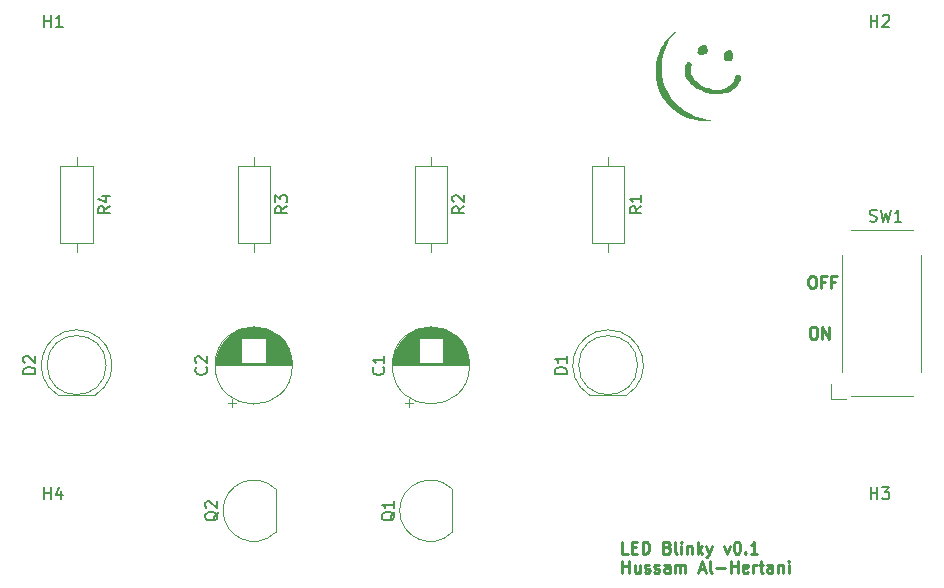
<source format=gto>
%TF.GenerationSoftware,KiCad,Pcbnew,8.0.0*%
%TF.CreationDate,2024-07-24T00:08:36-04:00*%
%TF.ProjectId,led_blinky,6c65645f-626c-4696-9e6b-792e6b696361,rev?*%
%TF.SameCoordinates,Original*%
%TF.FileFunction,Legend,Top*%
%TF.FilePolarity,Positive*%
%FSLAX46Y46*%
G04 Gerber Fmt 4.6, Leading zero omitted, Abs format (unit mm)*
G04 Created by KiCad (PCBNEW 8.0.0) date 2024-07-24 00:08:36*
%MOMM*%
%LPD*%
G01*
G04 APERTURE LIST*
%ADD10C,0.250000*%
%ADD11C,0.150000*%
%ADD12C,0.000000*%
%ADD13C,0.120000*%
G04 APERTURE END LIST*
D10*
X219293044Y-76664619D02*
X219483520Y-76664619D01*
X219483520Y-76664619D02*
X219578758Y-76712238D01*
X219578758Y-76712238D02*
X219673996Y-76807476D01*
X219673996Y-76807476D02*
X219721615Y-76997952D01*
X219721615Y-76997952D02*
X219721615Y-77331285D01*
X219721615Y-77331285D02*
X219673996Y-77521761D01*
X219673996Y-77521761D02*
X219578758Y-77617000D01*
X219578758Y-77617000D02*
X219483520Y-77664619D01*
X219483520Y-77664619D02*
X219293044Y-77664619D01*
X219293044Y-77664619D02*
X219197806Y-77617000D01*
X219197806Y-77617000D02*
X219102568Y-77521761D01*
X219102568Y-77521761D02*
X219054949Y-77331285D01*
X219054949Y-77331285D02*
X219054949Y-76997952D01*
X219054949Y-76997952D02*
X219102568Y-76807476D01*
X219102568Y-76807476D02*
X219197806Y-76712238D01*
X219197806Y-76712238D02*
X219293044Y-76664619D01*
X220150187Y-77664619D02*
X220150187Y-76664619D01*
X220150187Y-76664619D02*
X220721615Y-77664619D01*
X220721615Y-77664619D02*
X220721615Y-76664619D01*
X219193044Y-72364619D02*
X219383520Y-72364619D01*
X219383520Y-72364619D02*
X219478758Y-72412238D01*
X219478758Y-72412238D02*
X219573996Y-72507476D01*
X219573996Y-72507476D02*
X219621615Y-72697952D01*
X219621615Y-72697952D02*
X219621615Y-73031285D01*
X219621615Y-73031285D02*
X219573996Y-73221761D01*
X219573996Y-73221761D02*
X219478758Y-73317000D01*
X219478758Y-73317000D02*
X219383520Y-73364619D01*
X219383520Y-73364619D02*
X219193044Y-73364619D01*
X219193044Y-73364619D02*
X219097806Y-73317000D01*
X219097806Y-73317000D02*
X219002568Y-73221761D01*
X219002568Y-73221761D02*
X218954949Y-73031285D01*
X218954949Y-73031285D02*
X218954949Y-72697952D01*
X218954949Y-72697952D02*
X219002568Y-72507476D01*
X219002568Y-72507476D02*
X219097806Y-72412238D01*
X219097806Y-72412238D02*
X219193044Y-72364619D01*
X220383520Y-72840809D02*
X220050187Y-72840809D01*
X220050187Y-73364619D02*
X220050187Y-72364619D01*
X220050187Y-72364619D02*
X220526377Y-72364619D01*
X221240663Y-72840809D02*
X220907330Y-72840809D01*
X220907330Y-73364619D02*
X220907330Y-72364619D01*
X220907330Y-72364619D02*
X221383520Y-72364619D01*
X203678758Y-95854675D02*
X203202568Y-95854675D01*
X203202568Y-95854675D02*
X203202568Y-94854675D01*
X204012092Y-95330865D02*
X204345425Y-95330865D01*
X204488282Y-95854675D02*
X204012092Y-95854675D01*
X204012092Y-95854675D02*
X204012092Y-94854675D01*
X204012092Y-94854675D02*
X204488282Y-94854675D01*
X204916854Y-95854675D02*
X204916854Y-94854675D01*
X204916854Y-94854675D02*
X205154949Y-94854675D01*
X205154949Y-94854675D02*
X205297806Y-94902294D01*
X205297806Y-94902294D02*
X205393044Y-94997532D01*
X205393044Y-94997532D02*
X205440663Y-95092770D01*
X205440663Y-95092770D02*
X205488282Y-95283246D01*
X205488282Y-95283246D02*
X205488282Y-95426103D01*
X205488282Y-95426103D02*
X205440663Y-95616579D01*
X205440663Y-95616579D02*
X205393044Y-95711817D01*
X205393044Y-95711817D02*
X205297806Y-95807056D01*
X205297806Y-95807056D02*
X205154949Y-95854675D01*
X205154949Y-95854675D02*
X204916854Y-95854675D01*
X207012092Y-95330865D02*
X207154949Y-95378484D01*
X207154949Y-95378484D02*
X207202568Y-95426103D01*
X207202568Y-95426103D02*
X207250187Y-95521341D01*
X207250187Y-95521341D02*
X207250187Y-95664198D01*
X207250187Y-95664198D02*
X207202568Y-95759436D01*
X207202568Y-95759436D02*
X207154949Y-95807056D01*
X207154949Y-95807056D02*
X207059711Y-95854675D01*
X207059711Y-95854675D02*
X206678759Y-95854675D01*
X206678759Y-95854675D02*
X206678759Y-94854675D01*
X206678759Y-94854675D02*
X207012092Y-94854675D01*
X207012092Y-94854675D02*
X207107330Y-94902294D01*
X207107330Y-94902294D02*
X207154949Y-94949913D01*
X207154949Y-94949913D02*
X207202568Y-95045151D01*
X207202568Y-95045151D02*
X207202568Y-95140389D01*
X207202568Y-95140389D02*
X207154949Y-95235627D01*
X207154949Y-95235627D02*
X207107330Y-95283246D01*
X207107330Y-95283246D02*
X207012092Y-95330865D01*
X207012092Y-95330865D02*
X206678759Y-95330865D01*
X207821616Y-95854675D02*
X207726378Y-95807056D01*
X207726378Y-95807056D02*
X207678759Y-95711817D01*
X207678759Y-95711817D02*
X207678759Y-94854675D01*
X208202569Y-95854675D02*
X208202569Y-95188008D01*
X208202569Y-94854675D02*
X208154950Y-94902294D01*
X208154950Y-94902294D02*
X208202569Y-94949913D01*
X208202569Y-94949913D02*
X208250188Y-94902294D01*
X208250188Y-94902294D02*
X208202569Y-94854675D01*
X208202569Y-94854675D02*
X208202569Y-94949913D01*
X208678759Y-95188008D02*
X208678759Y-95854675D01*
X208678759Y-95283246D02*
X208726378Y-95235627D01*
X208726378Y-95235627D02*
X208821616Y-95188008D01*
X208821616Y-95188008D02*
X208964473Y-95188008D01*
X208964473Y-95188008D02*
X209059711Y-95235627D01*
X209059711Y-95235627D02*
X209107330Y-95330865D01*
X209107330Y-95330865D02*
X209107330Y-95854675D01*
X209583521Y-95854675D02*
X209583521Y-94854675D01*
X209678759Y-95473722D02*
X209964473Y-95854675D01*
X209964473Y-95188008D02*
X209583521Y-95568960D01*
X210297807Y-95188008D02*
X210535902Y-95854675D01*
X210773997Y-95188008D02*
X210535902Y-95854675D01*
X210535902Y-95854675D02*
X210440664Y-96092770D01*
X210440664Y-96092770D02*
X210393045Y-96140389D01*
X210393045Y-96140389D02*
X210297807Y-96188008D01*
X211821617Y-95188008D02*
X212059712Y-95854675D01*
X212059712Y-95854675D02*
X212297807Y-95188008D01*
X212869236Y-94854675D02*
X212964474Y-94854675D01*
X212964474Y-94854675D02*
X213059712Y-94902294D01*
X213059712Y-94902294D02*
X213107331Y-94949913D01*
X213107331Y-94949913D02*
X213154950Y-95045151D01*
X213154950Y-95045151D02*
X213202569Y-95235627D01*
X213202569Y-95235627D02*
X213202569Y-95473722D01*
X213202569Y-95473722D02*
X213154950Y-95664198D01*
X213154950Y-95664198D02*
X213107331Y-95759436D01*
X213107331Y-95759436D02*
X213059712Y-95807056D01*
X213059712Y-95807056D02*
X212964474Y-95854675D01*
X212964474Y-95854675D02*
X212869236Y-95854675D01*
X212869236Y-95854675D02*
X212773998Y-95807056D01*
X212773998Y-95807056D02*
X212726379Y-95759436D01*
X212726379Y-95759436D02*
X212678760Y-95664198D01*
X212678760Y-95664198D02*
X212631141Y-95473722D01*
X212631141Y-95473722D02*
X212631141Y-95235627D01*
X212631141Y-95235627D02*
X212678760Y-95045151D01*
X212678760Y-95045151D02*
X212726379Y-94949913D01*
X212726379Y-94949913D02*
X212773998Y-94902294D01*
X212773998Y-94902294D02*
X212869236Y-94854675D01*
X213631141Y-95759436D02*
X213678760Y-95807056D01*
X213678760Y-95807056D02*
X213631141Y-95854675D01*
X213631141Y-95854675D02*
X213583522Y-95807056D01*
X213583522Y-95807056D02*
X213631141Y-95759436D01*
X213631141Y-95759436D02*
X213631141Y-95854675D01*
X214631140Y-95854675D02*
X214059712Y-95854675D01*
X214345426Y-95854675D02*
X214345426Y-94854675D01*
X214345426Y-94854675D02*
X214250188Y-94997532D01*
X214250188Y-94997532D02*
X214154950Y-95092770D01*
X214154950Y-95092770D02*
X214059712Y-95140389D01*
X203202568Y-97464619D02*
X203202568Y-96464619D01*
X203202568Y-96940809D02*
X203773996Y-96940809D01*
X203773996Y-97464619D02*
X203773996Y-96464619D01*
X204678758Y-96797952D02*
X204678758Y-97464619D01*
X204250187Y-96797952D02*
X204250187Y-97321761D01*
X204250187Y-97321761D02*
X204297806Y-97417000D01*
X204297806Y-97417000D02*
X204393044Y-97464619D01*
X204393044Y-97464619D02*
X204535901Y-97464619D01*
X204535901Y-97464619D02*
X204631139Y-97417000D01*
X204631139Y-97417000D02*
X204678758Y-97369380D01*
X205107330Y-97417000D02*
X205202568Y-97464619D01*
X205202568Y-97464619D02*
X205393044Y-97464619D01*
X205393044Y-97464619D02*
X205488282Y-97417000D01*
X205488282Y-97417000D02*
X205535901Y-97321761D01*
X205535901Y-97321761D02*
X205535901Y-97274142D01*
X205535901Y-97274142D02*
X205488282Y-97178904D01*
X205488282Y-97178904D02*
X205393044Y-97131285D01*
X205393044Y-97131285D02*
X205250187Y-97131285D01*
X205250187Y-97131285D02*
X205154949Y-97083666D01*
X205154949Y-97083666D02*
X205107330Y-96988428D01*
X205107330Y-96988428D02*
X205107330Y-96940809D01*
X205107330Y-96940809D02*
X205154949Y-96845571D01*
X205154949Y-96845571D02*
X205250187Y-96797952D01*
X205250187Y-96797952D02*
X205393044Y-96797952D01*
X205393044Y-96797952D02*
X205488282Y-96845571D01*
X205916854Y-97417000D02*
X206012092Y-97464619D01*
X206012092Y-97464619D02*
X206202568Y-97464619D01*
X206202568Y-97464619D02*
X206297806Y-97417000D01*
X206297806Y-97417000D02*
X206345425Y-97321761D01*
X206345425Y-97321761D02*
X206345425Y-97274142D01*
X206345425Y-97274142D02*
X206297806Y-97178904D01*
X206297806Y-97178904D02*
X206202568Y-97131285D01*
X206202568Y-97131285D02*
X206059711Y-97131285D01*
X206059711Y-97131285D02*
X205964473Y-97083666D01*
X205964473Y-97083666D02*
X205916854Y-96988428D01*
X205916854Y-96988428D02*
X205916854Y-96940809D01*
X205916854Y-96940809D02*
X205964473Y-96845571D01*
X205964473Y-96845571D02*
X206059711Y-96797952D01*
X206059711Y-96797952D02*
X206202568Y-96797952D01*
X206202568Y-96797952D02*
X206297806Y-96845571D01*
X207202568Y-97464619D02*
X207202568Y-96940809D01*
X207202568Y-96940809D02*
X207154949Y-96845571D01*
X207154949Y-96845571D02*
X207059711Y-96797952D01*
X207059711Y-96797952D02*
X206869235Y-96797952D01*
X206869235Y-96797952D02*
X206773997Y-96845571D01*
X207202568Y-97417000D02*
X207107330Y-97464619D01*
X207107330Y-97464619D02*
X206869235Y-97464619D01*
X206869235Y-97464619D02*
X206773997Y-97417000D01*
X206773997Y-97417000D02*
X206726378Y-97321761D01*
X206726378Y-97321761D02*
X206726378Y-97226523D01*
X206726378Y-97226523D02*
X206773997Y-97131285D01*
X206773997Y-97131285D02*
X206869235Y-97083666D01*
X206869235Y-97083666D02*
X207107330Y-97083666D01*
X207107330Y-97083666D02*
X207202568Y-97036047D01*
X207678759Y-97464619D02*
X207678759Y-96797952D01*
X207678759Y-96893190D02*
X207726378Y-96845571D01*
X207726378Y-96845571D02*
X207821616Y-96797952D01*
X207821616Y-96797952D02*
X207964473Y-96797952D01*
X207964473Y-96797952D02*
X208059711Y-96845571D01*
X208059711Y-96845571D02*
X208107330Y-96940809D01*
X208107330Y-96940809D02*
X208107330Y-97464619D01*
X208107330Y-96940809D02*
X208154949Y-96845571D01*
X208154949Y-96845571D02*
X208250187Y-96797952D01*
X208250187Y-96797952D02*
X208393044Y-96797952D01*
X208393044Y-96797952D02*
X208488283Y-96845571D01*
X208488283Y-96845571D02*
X208535902Y-96940809D01*
X208535902Y-96940809D02*
X208535902Y-97464619D01*
X209726378Y-97178904D02*
X210202568Y-97178904D01*
X209631140Y-97464619D02*
X209964473Y-96464619D01*
X209964473Y-96464619D02*
X210297806Y-97464619D01*
X210773997Y-97464619D02*
X210678759Y-97417000D01*
X210678759Y-97417000D02*
X210631140Y-97321761D01*
X210631140Y-97321761D02*
X210631140Y-96464619D01*
X211154950Y-97083666D02*
X211916855Y-97083666D01*
X212393045Y-97464619D02*
X212393045Y-96464619D01*
X212393045Y-96940809D02*
X212964473Y-96940809D01*
X212964473Y-97464619D02*
X212964473Y-96464619D01*
X213821616Y-97417000D02*
X213726378Y-97464619D01*
X213726378Y-97464619D02*
X213535902Y-97464619D01*
X213535902Y-97464619D02*
X213440664Y-97417000D01*
X213440664Y-97417000D02*
X213393045Y-97321761D01*
X213393045Y-97321761D02*
X213393045Y-96940809D01*
X213393045Y-96940809D02*
X213440664Y-96845571D01*
X213440664Y-96845571D02*
X213535902Y-96797952D01*
X213535902Y-96797952D02*
X213726378Y-96797952D01*
X213726378Y-96797952D02*
X213821616Y-96845571D01*
X213821616Y-96845571D02*
X213869235Y-96940809D01*
X213869235Y-96940809D02*
X213869235Y-97036047D01*
X213869235Y-97036047D02*
X213393045Y-97131285D01*
X214297807Y-97464619D02*
X214297807Y-96797952D01*
X214297807Y-96988428D02*
X214345426Y-96893190D01*
X214345426Y-96893190D02*
X214393045Y-96845571D01*
X214393045Y-96845571D02*
X214488283Y-96797952D01*
X214488283Y-96797952D02*
X214583521Y-96797952D01*
X214773998Y-96797952D02*
X215154950Y-96797952D01*
X214916855Y-96464619D02*
X214916855Y-97321761D01*
X214916855Y-97321761D02*
X214964474Y-97417000D01*
X214964474Y-97417000D02*
X215059712Y-97464619D01*
X215059712Y-97464619D02*
X215154950Y-97464619D01*
X215916855Y-97464619D02*
X215916855Y-96940809D01*
X215916855Y-96940809D02*
X215869236Y-96845571D01*
X215869236Y-96845571D02*
X215773998Y-96797952D01*
X215773998Y-96797952D02*
X215583522Y-96797952D01*
X215583522Y-96797952D02*
X215488284Y-96845571D01*
X215916855Y-97417000D02*
X215821617Y-97464619D01*
X215821617Y-97464619D02*
X215583522Y-97464619D01*
X215583522Y-97464619D02*
X215488284Y-97417000D01*
X215488284Y-97417000D02*
X215440665Y-97321761D01*
X215440665Y-97321761D02*
X215440665Y-97226523D01*
X215440665Y-97226523D02*
X215488284Y-97131285D01*
X215488284Y-97131285D02*
X215583522Y-97083666D01*
X215583522Y-97083666D02*
X215821617Y-97083666D01*
X215821617Y-97083666D02*
X215916855Y-97036047D01*
X216393046Y-96797952D02*
X216393046Y-97464619D01*
X216393046Y-96893190D02*
X216440665Y-96845571D01*
X216440665Y-96845571D02*
X216535903Y-96797952D01*
X216535903Y-96797952D02*
X216678760Y-96797952D01*
X216678760Y-96797952D02*
X216773998Y-96845571D01*
X216773998Y-96845571D02*
X216821617Y-96940809D01*
X216821617Y-96940809D02*
X216821617Y-97464619D01*
X217297808Y-97464619D02*
X217297808Y-96797952D01*
X217297808Y-96464619D02*
X217250189Y-96512238D01*
X217250189Y-96512238D02*
X217297808Y-96559857D01*
X217297808Y-96559857D02*
X217345427Y-96512238D01*
X217345427Y-96512238D02*
X217297808Y-96464619D01*
X217297808Y-96464619D02*
X217297808Y-96559857D01*
D11*
X224166667Y-67707200D02*
X224309524Y-67754819D01*
X224309524Y-67754819D02*
X224547619Y-67754819D01*
X224547619Y-67754819D02*
X224642857Y-67707200D01*
X224642857Y-67707200D02*
X224690476Y-67659580D01*
X224690476Y-67659580D02*
X224738095Y-67564342D01*
X224738095Y-67564342D02*
X224738095Y-67469104D01*
X224738095Y-67469104D02*
X224690476Y-67373866D01*
X224690476Y-67373866D02*
X224642857Y-67326247D01*
X224642857Y-67326247D02*
X224547619Y-67278628D01*
X224547619Y-67278628D02*
X224357143Y-67231009D01*
X224357143Y-67231009D02*
X224261905Y-67183390D01*
X224261905Y-67183390D02*
X224214286Y-67135771D01*
X224214286Y-67135771D02*
X224166667Y-67040533D01*
X224166667Y-67040533D02*
X224166667Y-66945295D01*
X224166667Y-66945295D02*
X224214286Y-66850057D01*
X224214286Y-66850057D02*
X224261905Y-66802438D01*
X224261905Y-66802438D02*
X224357143Y-66754819D01*
X224357143Y-66754819D02*
X224595238Y-66754819D01*
X224595238Y-66754819D02*
X224738095Y-66802438D01*
X225071429Y-66754819D02*
X225309524Y-67754819D01*
X225309524Y-67754819D02*
X225500000Y-67040533D01*
X225500000Y-67040533D02*
X225690476Y-67754819D01*
X225690476Y-67754819D02*
X225928572Y-66754819D01*
X226833333Y-67754819D02*
X226261905Y-67754819D01*
X226547619Y-67754819D02*
X226547619Y-66754819D01*
X226547619Y-66754819D02*
X226452381Y-66897676D01*
X226452381Y-66897676D02*
X226357143Y-66992914D01*
X226357143Y-66992914D02*
X226261905Y-67040533D01*
X154238095Y-51254819D02*
X154238095Y-50254819D01*
X154238095Y-50731009D02*
X154809523Y-50731009D01*
X154809523Y-51254819D02*
X154809523Y-50254819D01*
X155809523Y-51254819D02*
X155238095Y-51254819D01*
X155523809Y-51254819D02*
X155523809Y-50254819D01*
X155523809Y-50254819D02*
X155428571Y-50397676D01*
X155428571Y-50397676D02*
X155333333Y-50492914D01*
X155333333Y-50492914D02*
X155238095Y-50540533D01*
X183940057Y-92325238D02*
X183892438Y-92420476D01*
X183892438Y-92420476D02*
X183797200Y-92515714D01*
X183797200Y-92515714D02*
X183654342Y-92658571D01*
X183654342Y-92658571D02*
X183606723Y-92753809D01*
X183606723Y-92753809D02*
X183606723Y-92849047D01*
X183844819Y-92801428D02*
X183797200Y-92896666D01*
X183797200Y-92896666D02*
X183701961Y-92991904D01*
X183701961Y-92991904D02*
X183511485Y-93039523D01*
X183511485Y-93039523D02*
X183178152Y-93039523D01*
X183178152Y-93039523D02*
X182987676Y-92991904D01*
X182987676Y-92991904D02*
X182892438Y-92896666D01*
X182892438Y-92896666D02*
X182844819Y-92801428D01*
X182844819Y-92801428D02*
X182844819Y-92610952D01*
X182844819Y-92610952D02*
X182892438Y-92515714D01*
X182892438Y-92515714D02*
X182987676Y-92420476D01*
X182987676Y-92420476D02*
X183178152Y-92372857D01*
X183178152Y-92372857D02*
X183511485Y-92372857D01*
X183511485Y-92372857D02*
X183701961Y-92420476D01*
X183701961Y-92420476D02*
X183797200Y-92515714D01*
X183797200Y-92515714D02*
X183844819Y-92610952D01*
X183844819Y-92610952D02*
X183844819Y-92801428D01*
X183844819Y-91420476D02*
X183844819Y-91991904D01*
X183844819Y-91706190D02*
X182844819Y-91706190D01*
X182844819Y-91706190D02*
X182987676Y-91801428D01*
X182987676Y-91801428D02*
X183082914Y-91896666D01*
X183082914Y-91896666D02*
X183130533Y-91991904D01*
X168990057Y-92325238D02*
X168942438Y-92420476D01*
X168942438Y-92420476D02*
X168847200Y-92515714D01*
X168847200Y-92515714D02*
X168704342Y-92658571D01*
X168704342Y-92658571D02*
X168656723Y-92753809D01*
X168656723Y-92753809D02*
X168656723Y-92849047D01*
X168894819Y-92801428D02*
X168847200Y-92896666D01*
X168847200Y-92896666D02*
X168751961Y-92991904D01*
X168751961Y-92991904D02*
X168561485Y-93039523D01*
X168561485Y-93039523D02*
X168228152Y-93039523D01*
X168228152Y-93039523D02*
X168037676Y-92991904D01*
X168037676Y-92991904D02*
X167942438Y-92896666D01*
X167942438Y-92896666D02*
X167894819Y-92801428D01*
X167894819Y-92801428D02*
X167894819Y-92610952D01*
X167894819Y-92610952D02*
X167942438Y-92515714D01*
X167942438Y-92515714D02*
X168037676Y-92420476D01*
X168037676Y-92420476D02*
X168228152Y-92372857D01*
X168228152Y-92372857D02*
X168561485Y-92372857D01*
X168561485Y-92372857D02*
X168751961Y-92420476D01*
X168751961Y-92420476D02*
X168847200Y-92515714D01*
X168847200Y-92515714D02*
X168894819Y-92610952D01*
X168894819Y-92610952D02*
X168894819Y-92801428D01*
X167990057Y-91991904D02*
X167942438Y-91944285D01*
X167942438Y-91944285D02*
X167894819Y-91849047D01*
X167894819Y-91849047D02*
X167894819Y-91610952D01*
X167894819Y-91610952D02*
X167942438Y-91515714D01*
X167942438Y-91515714D02*
X167990057Y-91468095D01*
X167990057Y-91468095D02*
X168085295Y-91420476D01*
X168085295Y-91420476D02*
X168180533Y-91420476D01*
X168180533Y-91420476D02*
X168323390Y-91468095D01*
X168323390Y-91468095D02*
X168894819Y-92039523D01*
X168894819Y-92039523D02*
X168894819Y-91420476D01*
X154238095Y-91254819D02*
X154238095Y-90254819D01*
X154238095Y-90731009D02*
X154809523Y-90731009D01*
X154809523Y-91254819D02*
X154809523Y-90254819D01*
X155714285Y-90588152D02*
X155714285Y-91254819D01*
X155476190Y-90207200D02*
X155238095Y-90921485D01*
X155238095Y-90921485D02*
X155857142Y-90921485D01*
X198494819Y-80643094D02*
X197494819Y-80643094D01*
X197494819Y-80643094D02*
X197494819Y-80404999D01*
X197494819Y-80404999D02*
X197542438Y-80262142D01*
X197542438Y-80262142D02*
X197637676Y-80166904D01*
X197637676Y-80166904D02*
X197732914Y-80119285D01*
X197732914Y-80119285D02*
X197923390Y-80071666D01*
X197923390Y-80071666D02*
X198066247Y-80071666D01*
X198066247Y-80071666D02*
X198256723Y-80119285D01*
X198256723Y-80119285D02*
X198351961Y-80166904D01*
X198351961Y-80166904D02*
X198447200Y-80262142D01*
X198447200Y-80262142D02*
X198494819Y-80404999D01*
X198494819Y-80404999D02*
X198494819Y-80643094D01*
X198494819Y-79119285D02*
X198494819Y-79690713D01*
X198494819Y-79404999D02*
X197494819Y-79404999D01*
X197494819Y-79404999D02*
X197637676Y-79500237D01*
X197637676Y-79500237D02*
X197732914Y-79595475D01*
X197732914Y-79595475D02*
X197780533Y-79690713D01*
X167959580Y-80099046D02*
X168007200Y-80146665D01*
X168007200Y-80146665D02*
X168054819Y-80289522D01*
X168054819Y-80289522D02*
X168054819Y-80384760D01*
X168054819Y-80384760D02*
X168007200Y-80527617D01*
X168007200Y-80527617D02*
X167911961Y-80622855D01*
X167911961Y-80622855D02*
X167816723Y-80670474D01*
X167816723Y-80670474D02*
X167626247Y-80718093D01*
X167626247Y-80718093D02*
X167483390Y-80718093D01*
X167483390Y-80718093D02*
X167292914Y-80670474D01*
X167292914Y-80670474D02*
X167197676Y-80622855D01*
X167197676Y-80622855D02*
X167102438Y-80527617D01*
X167102438Y-80527617D02*
X167054819Y-80384760D01*
X167054819Y-80384760D02*
X167054819Y-80289522D01*
X167054819Y-80289522D02*
X167102438Y-80146665D01*
X167102438Y-80146665D02*
X167150057Y-80099046D01*
X167150057Y-79718093D02*
X167102438Y-79670474D01*
X167102438Y-79670474D02*
X167054819Y-79575236D01*
X167054819Y-79575236D02*
X167054819Y-79337141D01*
X167054819Y-79337141D02*
X167102438Y-79241903D01*
X167102438Y-79241903D02*
X167150057Y-79194284D01*
X167150057Y-79194284D02*
X167245295Y-79146665D01*
X167245295Y-79146665D02*
X167340533Y-79146665D01*
X167340533Y-79146665D02*
X167483390Y-79194284D01*
X167483390Y-79194284D02*
X168054819Y-79765712D01*
X168054819Y-79765712D02*
X168054819Y-79146665D01*
X189824819Y-66466666D02*
X189348628Y-66799999D01*
X189824819Y-67038094D02*
X188824819Y-67038094D01*
X188824819Y-67038094D02*
X188824819Y-66657142D01*
X188824819Y-66657142D02*
X188872438Y-66561904D01*
X188872438Y-66561904D02*
X188920057Y-66514285D01*
X188920057Y-66514285D02*
X189015295Y-66466666D01*
X189015295Y-66466666D02*
X189158152Y-66466666D01*
X189158152Y-66466666D02*
X189253390Y-66514285D01*
X189253390Y-66514285D02*
X189301009Y-66561904D01*
X189301009Y-66561904D02*
X189348628Y-66657142D01*
X189348628Y-66657142D02*
X189348628Y-67038094D01*
X188920057Y-66085713D02*
X188872438Y-66038094D01*
X188872438Y-66038094D02*
X188824819Y-65942856D01*
X188824819Y-65942856D02*
X188824819Y-65704761D01*
X188824819Y-65704761D02*
X188872438Y-65609523D01*
X188872438Y-65609523D02*
X188920057Y-65561904D01*
X188920057Y-65561904D02*
X189015295Y-65514285D01*
X189015295Y-65514285D02*
X189110533Y-65514285D01*
X189110533Y-65514285D02*
X189253390Y-65561904D01*
X189253390Y-65561904D02*
X189824819Y-66133332D01*
X189824819Y-66133332D02*
X189824819Y-65514285D01*
X224238095Y-51254819D02*
X224238095Y-50254819D01*
X224238095Y-50731009D02*
X224809523Y-50731009D01*
X224809523Y-51254819D02*
X224809523Y-50254819D01*
X225238095Y-50350057D02*
X225285714Y-50302438D01*
X225285714Y-50302438D02*
X225380952Y-50254819D01*
X225380952Y-50254819D02*
X225619047Y-50254819D01*
X225619047Y-50254819D02*
X225714285Y-50302438D01*
X225714285Y-50302438D02*
X225761904Y-50350057D01*
X225761904Y-50350057D02*
X225809523Y-50445295D01*
X225809523Y-50445295D02*
X225809523Y-50540533D01*
X225809523Y-50540533D02*
X225761904Y-50683390D01*
X225761904Y-50683390D02*
X225190476Y-51254819D01*
X225190476Y-51254819D02*
X225809523Y-51254819D01*
X153494819Y-80643094D02*
X152494819Y-80643094D01*
X152494819Y-80643094D02*
X152494819Y-80404999D01*
X152494819Y-80404999D02*
X152542438Y-80262142D01*
X152542438Y-80262142D02*
X152637676Y-80166904D01*
X152637676Y-80166904D02*
X152732914Y-80119285D01*
X152732914Y-80119285D02*
X152923390Y-80071666D01*
X152923390Y-80071666D02*
X153066247Y-80071666D01*
X153066247Y-80071666D02*
X153256723Y-80119285D01*
X153256723Y-80119285D02*
X153351961Y-80166904D01*
X153351961Y-80166904D02*
X153447200Y-80262142D01*
X153447200Y-80262142D02*
X153494819Y-80404999D01*
X153494819Y-80404999D02*
X153494819Y-80643094D01*
X152590057Y-79690713D02*
X152542438Y-79643094D01*
X152542438Y-79643094D02*
X152494819Y-79547856D01*
X152494819Y-79547856D02*
X152494819Y-79309761D01*
X152494819Y-79309761D02*
X152542438Y-79214523D01*
X152542438Y-79214523D02*
X152590057Y-79166904D01*
X152590057Y-79166904D02*
X152685295Y-79119285D01*
X152685295Y-79119285D02*
X152780533Y-79119285D01*
X152780533Y-79119285D02*
X152923390Y-79166904D01*
X152923390Y-79166904D02*
X153494819Y-79738332D01*
X153494819Y-79738332D02*
X153494819Y-79119285D01*
X204824819Y-66466666D02*
X204348628Y-66799999D01*
X204824819Y-67038094D02*
X203824819Y-67038094D01*
X203824819Y-67038094D02*
X203824819Y-66657142D01*
X203824819Y-66657142D02*
X203872438Y-66561904D01*
X203872438Y-66561904D02*
X203920057Y-66514285D01*
X203920057Y-66514285D02*
X204015295Y-66466666D01*
X204015295Y-66466666D02*
X204158152Y-66466666D01*
X204158152Y-66466666D02*
X204253390Y-66514285D01*
X204253390Y-66514285D02*
X204301009Y-66561904D01*
X204301009Y-66561904D02*
X204348628Y-66657142D01*
X204348628Y-66657142D02*
X204348628Y-67038094D01*
X204824819Y-65514285D02*
X204824819Y-66085713D01*
X204824819Y-65799999D02*
X203824819Y-65799999D01*
X203824819Y-65799999D02*
X203967676Y-65895237D01*
X203967676Y-65895237D02*
X204062914Y-65990475D01*
X204062914Y-65990475D02*
X204110533Y-66085713D01*
X159824819Y-66466666D02*
X159348628Y-66799999D01*
X159824819Y-67038094D02*
X158824819Y-67038094D01*
X158824819Y-67038094D02*
X158824819Y-66657142D01*
X158824819Y-66657142D02*
X158872438Y-66561904D01*
X158872438Y-66561904D02*
X158920057Y-66514285D01*
X158920057Y-66514285D02*
X159015295Y-66466666D01*
X159015295Y-66466666D02*
X159158152Y-66466666D01*
X159158152Y-66466666D02*
X159253390Y-66514285D01*
X159253390Y-66514285D02*
X159301009Y-66561904D01*
X159301009Y-66561904D02*
X159348628Y-66657142D01*
X159348628Y-66657142D02*
X159348628Y-67038094D01*
X159158152Y-65609523D02*
X159824819Y-65609523D01*
X158777200Y-65847618D02*
X159491485Y-66085713D01*
X159491485Y-66085713D02*
X159491485Y-65466666D01*
X182959580Y-80099045D02*
X183007200Y-80146664D01*
X183007200Y-80146664D02*
X183054819Y-80289521D01*
X183054819Y-80289521D02*
X183054819Y-80384759D01*
X183054819Y-80384759D02*
X183007200Y-80527616D01*
X183007200Y-80527616D02*
X182911961Y-80622854D01*
X182911961Y-80622854D02*
X182816723Y-80670473D01*
X182816723Y-80670473D02*
X182626247Y-80718092D01*
X182626247Y-80718092D02*
X182483390Y-80718092D01*
X182483390Y-80718092D02*
X182292914Y-80670473D01*
X182292914Y-80670473D02*
X182197676Y-80622854D01*
X182197676Y-80622854D02*
X182102438Y-80527616D01*
X182102438Y-80527616D02*
X182054819Y-80384759D01*
X182054819Y-80384759D02*
X182054819Y-80289521D01*
X182054819Y-80289521D02*
X182102438Y-80146664D01*
X182102438Y-80146664D02*
X182150057Y-80099045D01*
X183054819Y-79146664D02*
X183054819Y-79718092D01*
X183054819Y-79432378D02*
X182054819Y-79432378D01*
X182054819Y-79432378D02*
X182197676Y-79527616D01*
X182197676Y-79527616D02*
X182292914Y-79622854D01*
X182292914Y-79622854D02*
X182340533Y-79718092D01*
X174824819Y-66466666D02*
X174348628Y-66799999D01*
X174824819Y-67038094D02*
X173824819Y-67038094D01*
X173824819Y-67038094D02*
X173824819Y-66657142D01*
X173824819Y-66657142D02*
X173872438Y-66561904D01*
X173872438Y-66561904D02*
X173920057Y-66514285D01*
X173920057Y-66514285D02*
X174015295Y-66466666D01*
X174015295Y-66466666D02*
X174158152Y-66466666D01*
X174158152Y-66466666D02*
X174253390Y-66514285D01*
X174253390Y-66514285D02*
X174301009Y-66561904D01*
X174301009Y-66561904D02*
X174348628Y-66657142D01*
X174348628Y-66657142D02*
X174348628Y-67038094D01*
X173824819Y-66133332D02*
X173824819Y-65514285D01*
X173824819Y-65514285D02*
X174205771Y-65847618D01*
X174205771Y-65847618D02*
X174205771Y-65704761D01*
X174205771Y-65704761D02*
X174253390Y-65609523D01*
X174253390Y-65609523D02*
X174301009Y-65561904D01*
X174301009Y-65561904D02*
X174396247Y-65514285D01*
X174396247Y-65514285D02*
X174634342Y-65514285D01*
X174634342Y-65514285D02*
X174729580Y-65561904D01*
X174729580Y-65561904D02*
X174777200Y-65609523D01*
X174777200Y-65609523D02*
X174824819Y-65704761D01*
X174824819Y-65704761D02*
X174824819Y-65990475D01*
X174824819Y-65990475D02*
X174777200Y-66085713D01*
X174777200Y-66085713D02*
X174729580Y-66133332D01*
X224238095Y-91254819D02*
X224238095Y-90254819D01*
X224238095Y-90731009D02*
X224809523Y-90731009D01*
X224809523Y-91254819D02*
X224809523Y-90254819D01*
X225190476Y-90254819D02*
X225809523Y-90254819D01*
X225809523Y-90254819D02*
X225476190Y-90635771D01*
X225476190Y-90635771D02*
X225619047Y-90635771D01*
X225619047Y-90635771D02*
X225714285Y-90683390D01*
X225714285Y-90683390D02*
X225761904Y-90731009D01*
X225761904Y-90731009D02*
X225809523Y-90826247D01*
X225809523Y-90826247D02*
X225809523Y-91064342D01*
X225809523Y-91064342D02*
X225761904Y-91159580D01*
X225761904Y-91159580D02*
X225714285Y-91207200D01*
X225714285Y-91207200D02*
X225619047Y-91254819D01*
X225619047Y-91254819D02*
X225333333Y-91254819D01*
X225333333Y-91254819D02*
X225238095Y-91207200D01*
X225238095Y-91207200D02*
X225190476Y-91159580D01*
D12*
%TO.C,G\u002A\u002A\u002A*%
G36*
X207852124Y-51557480D02*
G01*
X207831139Y-51588711D01*
X207776583Y-51651587D01*
X207713192Y-51719006D01*
X207443112Y-52036673D01*
X207196176Y-52404313D01*
X206979256Y-52808579D01*
X206799224Y-53236122D01*
X206662953Y-53673594D01*
X206625943Y-53830888D01*
X206593792Y-54028416D01*
X206570013Y-54270468D01*
X206555285Y-54536645D01*
X206550288Y-54806545D01*
X206555703Y-55059769D01*
X206572209Y-55275916D01*
X206576626Y-55310896D01*
X206680461Y-55836012D01*
X206844219Y-56337261D01*
X207065720Y-56811207D01*
X207342782Y-57254415D01*
X207673224Y-57663450D01*
X208054864Y-58034877D01*
X208485522Y-58365259D01*
X208538610Y-58400809D01*
X208986229Y-58663715D01*
X209449683Y-58870067D01*
X209938646Y-59023365D01*
X210462796Y-59127106D01*
X210598070Y-59145412D01*
X210810554Y-59171736D01*
X210663449Y-59195801D01*
X210523868Y-59210188D01*
X210338125Y-59217504D01*
X210125019Y-59218076D01*
X209903348Y-59212229D01*
X209691910Y-59200291D01*
X209509503Y-59182588D01*
X209453926Y-59174768D01*
X209081750Y-59090576D01*
X208694007Y-58955933D01*
X208305206Y-58778437D01*
X207929855Y-58565686D01*
X207582463Y-58325279D01*
X207277541Y-58064816D01*
X207213515Y-58001416D01*
X207118108Y-57897113D01*
X207007525Y-57765678D01*
X206893347Y-57622081D01*
X206787152Y-57481294D01*
X206700522Y-57358289D01*
X206645036Y-57268037D01*
X206642612Y-57263321D01*
X206595859Y-57175451D01*
X206558943Y-57114614D01*
X206546928Y-57099872D01*
X206520386Y-57060835D01*
X206477720Y-56979868D01*
X206427505Y-56875573D01*
X206378316Y-56766553D01*
X206338728Y-56671413D01*
X206317317Y-56608754D01*
X206315702Y-56598249D01*
X206295622Y-56536143D01*
X206288139Y-56526165D01*
X206259934Y-56471257D01*
X206222600Y-56365714D01*
X206180165Y-56222945D01*
X206136660Y-56056358D01*
X206101988Y-55906693D01*
X206068655Y-55702226D01*
X206045318Y-55452859D01*
X206032419Y-55178368D01*
X206030401Y-54898531D01*
X206039708Y-54633125D01*
X206060782Y-54401927D01*
X206067261Y-54356181D01*
X206091873Y-54201192D01*
X206114911Y-54076245D01*
X206141003Y-53964901D01*
X206174777Y-53850717D01*
X206220862Y-53717252D01*
X206283886Y-53548066D01*
X206325418Y-53439132D01*
X206493269Y-53056690D01*
X206691851Y-52699420D01*
X206733428Y-52634427D01*
X206836245Y-52482795D01*
X206930001Y-52359168D01*
X207033708Y-52240296D01*
X207166380Y-52102928D01*
X207175703Y-52093563D01*
X207275180Y-51998550D01*
X207389863Y-51896472D01*
X207509898Y-51795138D01*
X207625434Y-51702356D01*
X207726617Y-51625935D01*
X207803594Y-51573684D01*
X207846512Y-51553411D01*
X207852124Y-51557480D01*
G37*
G36*
X208992221Y-54333629D02*
G01*
X209118769Y-54457199D01*
X209053970Y-54626219D01*
X209010203Y-54815286D01*
X209006901Y-55031245D01*
X209043179Y-55250347D01*
X209081661Y-55368633D01*
X209169634Y-55530467D01*
X209306844Y-55706847D01*
X209482301Y-55886877D01*
X209685014Y-56059663D01*
X209903994Y-56214309D01*
X209983705Y-56262869D01*
X210119734Y-56330442D01*
X210299457Y-56403350D01*
X210503905Y-56475479D01*
X210714109Y-56540712D01*
X210911098Y-56592935D01*
X211075901Y-56626032D01*
X211131221Y-56632781D01*
X211433104Y-56628375D01*
X211723844Y-56566205D01*
X211995586Y-56451893D01*
X212240475Y-56291062D01*
X212450659Y-56089332D01*
X212618283Y-55852327D01*
X212735492Y-55585667D01*
X212769050Y-55460474D01*
X212817339Y-55382934D01*
X212915466Y-55328100D01*
X213049839Y-55302838D01*
X213082934Y-55301931D01*
X213141733Y-55311662D01*
X213183299Y-55351458D01*
X213223311Y-55437229D01*
X213227823Y-55448928D01*
X213258899Y-55539113D01*
X213267440Y-55607915D01*
X213253477Y-55685412D01*
X213228151Y-55767654D01*
X213099477Y-56060431D01*
X212916417Y-56319194D01*
X212682711Y-56539859D01*
X212402098Y-56718346D01*
X212321186Y-56757674D01*
X212094867Y-56839284D01*
X211824105Y-56901867D01*
X211527458Y-56943877D01*
X211223481Y-56963765D01*
X210930733Y-56959985D01*
X210667771Y-56930989D01*
X210549035Y-56905451D01*
X210327339Y-56838505D01*
X210087246Y-56751421D01*
X209852344Y-56653688D01*
X209646222Y-56554799D01*
X209561958Y-56508259D01*
X209433405Y-56419903D01*
X209283744Y-56296747D01*
X209124868Y-56150810D01*
X208968673Y-55994111D01*
X208827052Y-55838667D01*
X208711901Y-55696497D01*
X208635113Y-55579619D01*
X208626884Y-55563450D01*
X208533854Y-55301775D01*
X208488453Y-55014695D01*
X208492378Y-54723331D01*
X208539413Y-54475160D01*
X208576598Y-54387554D01*
X208640042Y-54325479D01*
X208720397Y-54280639D01*
X208865673Y-54210058D01*
X208992221Y-54333629D01*
G37*
G36*
X212343922Y-53207882D02*
G01*
X212425058Y-53265118D01*
X212504648Y-53366950D01*
X212570396Y-53493482D01*
X212610004Y-53624820D01*
X212612825Y-53642918D01*
X212614406Y-53788552D01*
X212585067Y-53928223D01*
X212531269Y-54043886D01*
X212459474Y-54117498D01*
X212439393Y-54127246D01*
X212340452Y-54147211D01*
X212204650Y-54152429D01*
X212058917Y-54142475D01*
X212003733Y-54134124D01*
X211918905Y-54100672D01*
X211848456Y-54051153D01*
X211791600Y-53957241D01*
X211772288Y-53828626D01*
X211788180Y-53682413D01*
X211836938Y-53535706D01*
X211916224Y-53405609D01*
X211940543Y-53377683D01*
X212033434Y-53301830D01*
X212145647Y-53241844D01*
X212255160Y-53206996D01*
X212339949Y-53206556D01*
X212343922Y-53207882D01*
G37*
G36*
X210231877Y-52785559D02*
G01*
X210281982Y-52818991D01*
X210353634Y-52910058D01*
X210405061Y-53041739D01*
X210432894Y-53192055D01*
X210433763Y-53339024D01*
X210404299Y-53460667D01*
X210385485Y-53494215D01*
X210310018Y-53555753D01*
X210188927Y-53605293D01*
X210041559Y-53638119D01*
X209887263Y-53649520D01*
X209780824Y-53641519D01*
X209667878Y-53597750D01*
X209596782Y-53515278D01*
X209566336Y-53404604D01*
X209575339Y-53276230D01*
X209622593Y-53140658D01*
X209706896Y-53008390D01*
X209827049Y-52889927D01*
X209870326Y-52858366D01*
X210010748Y-52780265D01*
X210127510Y-52756355D01*
X210231877Y-52785559D01*
G37*
D13*
%TO.C,SW1*%
X222575000Y-68500000D02*
X227775000Y-68500000D01*
X228525000Y-70550000D02*
X228525000Y-80450000D01*
X221825000Y-80450000D02*
X221825000Y-70550000D01*
X227775000Y-82500000D02*
X222575000Y-82500000D01*
X222175000Y-82800000D02*
X220875000Y-82800000D01*
X220875000Y-82800000D02*
X220875000Y-81500000D01*
%TO.C,Q1*%
X188800000Y-94030000D02*
X188800000Y-90430000D01*
X188788478Y-94068478D02*
G75*
G02*
X184350000Y-92230000I-1838478J1838478D01*
G01*
X184350000Y-92230000D02*
G75*
G02*
X188788478Y-90391522I2600000J0D01*
G01*
%TO.C,Q2*%
X173850000Y-94030000D02*
X173850000Y-90430000D01*
X173838478Y-94068478D02*
G75*
G02*
X169400000Y-92230000I-1838478J1838478D01*
G01*
X169400000Y-92230000D02*
G75*
G02*
X173838478Y-90391522I2600000J0D01*
G01*
%TO.C,D1*%
X204500000Y-79905000D02*
G75*
G02*
X199500000Y-79905000I-2500000J0D01*
G01*
X199500000Y-79905000D02*
G75*
G02*
X204500000Y-79905000I2500000J0D01*
G01*
X201999538Y-76915000D02*
G75*
G02*
X203544830Y-82465000I462J-2990000D01*
G01*
X200455170Y-82464999D02*
G75*
G02*
X202000462Y-76915001I1544830J2559999D01*
G01*
X200455000Y-82465000D02*
X203545000Y-82465000D01*
%TO.C,C2*%
X170161000Y-83432621D02*
X170161000Y-82802621D01*
X169846000Y-83117621D02*
X170476000Y-83117621D01*
X168770000Y-79932380D02*
X175230000Y-79932380D01*
X168770000Y-79892380D02*
X175230000Y-79892380D01*
X168770000Y-79852380D02*
X175230000Y-79852380D01*
X168772000Y-79812380D02*
X175228000Y-79812380D01*
X168773000Y-79772380D02*
X175227000Y-79772380D01*
X168776000Y-79732380D02*
X175224000Y-79732380D01*
X168778000Y-79692380D02*
X170960000Y-79692380D01*
X173040000Y-79692380D02*
X175222000Y-79692380D01*
X168782000Y-79652380D02*
X170960000Y-79652380D01*
X173040000Y-79652380D02*
X175218000Y-79652380D01*
X168785000Y-79612380D02*
X170960000Y-79612380D01*
X173040000Y-79612380D02*
X175215000Y-79612380D01*
X168789000Y-79572380D02*
X170960000Y-79572380D01*
X173040000Y-79572380D02*
X175211000Y-79572380D01*
X168794000Y-79532380D02*
X170960000Y-79532380D01*
X173040000Y-79532380D02*
X175206000Y-79532380D01*
X168799000Y-79492380D02*
X170960000Y-79492380D01*
X173040000Y-79492380D02*
X175201000Y-79492380D01*
X168805000Y-79452380D02*
X170960000Y-79452380D01*
X173040000Y-79452380D02*
X175195000Y-79452380D01*
X168811000Y-79412380D02*
X170960000Y-79412380D01*
X173040000Y-79412380D02*
X175189000Y-79412380D01*
X168818000Y-79372380D02*
X170960000Y-79372380D01*
X173040000Y-79372380D02*
X175182000Y-79372380D01*
X168825000Y-79332380D02*
X170960000Y-79332380D01*
X173040000Y-79332380D02*
X175175000Y-79332380D01*
X168833000Y-79292380D02*
X170960000Y-79292380D01*
X173040000Y-79292380D02*
X175167000Y-79292380D01*
X168841000Y-79252380D02*
X170960000Y-79252380D01*
X173040000Y-79252380D02*
X175159000Y-79252380D01*
X168850000Y-79211380D02*
X170960000Y-79211380D01*
X173040000Y-79211380D02*
X175150000Y-79211380D01*
X168859000Y-79171380D02*
X170960000Y-79171380D01*
X173040000Y-79171380D02*
X175141000Y-79171380D01*
X168869000Y-79131380D02*
X170960000Y-79131380D01*
X173040000Y-79131380D02*
X175131000Y-79131380D01*
X168879000Y-79091380D02*
X170960000Y-79091380D01*
X173040000Y-79091380D02*
X175121000Y-79091380D01*
X168890000Y-79051380D02*
X170960000Y-79051380D01*
X173040000Y-79051380D02*
X175110000Y-79051380D01*
X168902000Y-79011380D02*
X170960000Y-79011380D01*
X173040000Y-79011380D02*
X175098000Y-79011380D01*
X168914000Y-78971380D02*
X170960000Y-78971380D01*
X173040000Y-78971380D02*
X175086000Y-78971380D01*
X168926000Y-78931380D02*
X170960000Y-78931380D01*
X173040000Y-78931380D02*
X175074000Y-78931380D01*
X168939000Y-78891380D02*
X170960000Y-78891380D01*
X173040000Y-78891380D02*
X175061000Y-78891380D01*
X168953000Y-78851380D02*
X170960000Y-78851380D01*
X173040000Y-78851380D02*
X175047000Y-78851380D01*
X168967000Y-78811380D02*
X170960000Y-78811380D01*
X173040000Y-78811380D02*
X175033000Y-78811380D01*
X168982000Y-78771380D02*
X170960000Y-78771380D01*
X173040000Y-78771380D02*
X175018000Y-78771380D01*
X168998000Y-78731380D02*
X170960000Y-78731380D01*
X173040000Y-78731380D02*
X175002000Y-78731380D01*
X169014000Y-78691380D02*
X170960000Y-78691380D01*
X173040000Y-78691380D02*
X174986000Y-78691380D01*
X169030000Y-78651380D02*
X170960000Y-78651380D01*
X173040000Y-78651380D02*
X174970000Y-78651380D01*
X169048000Y-78611380D02*
X170960000Y-78611380D01*
X173040000Y-78611380D02*
X174952000Y-78611380D01*
X169066000Y-78571380D02*
X170960000Y-78571380D01*
X173040000Y-78571380D02*
X174934000Y-78571380D01*
X169084000Y-78531380D02*
X170960000Y-78531380D01*
X173040000Y-78531380D02*
X174916000Y-78531380D01*
X169104000Y-78491380D02*
X170960000Y-78491380D01*
X173040000Y-78491380D02*
X174896000Y-78491380D01*
X169124000Y-78451380D02*
X170960000Y-78451380D01*
X173040000Y-78451380D02*
X174876000Y-78451380D01*
X169144000Y-78411380D02*
X170960000Y-78411380D01*
X173040000Y-78411380D02*
X174856000Y-78411380D01*
X169166000Y-78371380D02*
X170960000Y-78371380D01*
X173040000Y-78371380D02*
X174834000Y-78371380D01*
X169188000Y-78331380D02*
X170960000Y-78331380D01*
X173040000Y-78331380D02*
X174812000Y-78331380D01*
X169210000Y-78291380D02*
X170960000Y-78291380D01*
X173040000Y-78291380D02*
X174790000Y-78291380D01*
X169234000Y-78251380D02*
X170960000Y-78251380D01*
X173040000Y-78251380D02*
X174766000Y-78251380D01*
X169258000Y-78211380D02*
X170960000Y-78211380D01*
X173040000Y-78211380D02*
X174742000Y-78211380D01*
X169284000Y-78171380D02*
X170960000Y-78171380D01*
X173040000Y-78171380D02*
X174716000Y-78171380D01*
X169310000Y-78131380D02*
X170960000Y-78131380D01*
X173040000Y-78131380D02*
X174690000Y-78131380D01*
X169336000Y-78091380D02*
X170960000Y-78091380D01*
X173040000Y-78091380D02*
X174664000Y-78091380D01*
X169364000Y-78051380D02*
X170960000Y-78051380D01*
X173040000Y-78051380D02*
X174636000Y-78051380D01*
X169393000Y-78011380D02*
X170960000Y-78011380D01*
X173040000Y-78011380D02*
X174607000Y-78011380D01*
X169422000Y-77971380D02*
X170960000Y-77971380D01*
X173040000Y-77971380D02*
X174578000Y-77971380D01*
X169452000Y-77931380D02*
X170960000Y-77931380D01*
X173040000Y-77931380D02*
X174548000Y-77931380D01*
X169484000Y-77891380D02*
X170960000Y-77891380D01*
X173040000Y-77891380D02*
X174516000Y-77891380D01*
X169516000Y-77851380D02*
X170960000Y-77851380D01*
X173040000Y-77851380D02*
X174484000Y-77851380D01*
X169550000Y-77811380D02*
X170960000Y-77811380D01*
X173040000Y-77811380D02*
X174450000Y-77811380D01*
X169584000Y-77771380D02*
X170960000Y-77771380D01*
X173040000Y-77771380D02*
X174416000Y-77771380D01*
X169620000Y-77731380D02*
X170960000Y-77731380D01*
X173040000Y-77731380D02*
X174380000Y-77731380D01*
X169657000Y-77691380D02*
X170960000Y-77691380D01*
X173040000Y-77691380D02*
X174343000Y-77691380D01*
X169695000Y-77651380D02*
X170960000Y-77651380D01*
X173040000Y-77651380D02*
X174305000Y-77651380D01*
X169735000Y-77611380D02*
X174265000Y-77611380D01*
X169776000Y-77571380D02*
X174224000Y-77571380D01*
X169818000Y-77531380D02*
X174182000Y-77531380D01*
X169863000Y-77491380D02*
X174137000Y-77491380D01*
X169908000Y-77451380D02*
X174092000Y-77451380D01*
X169956000Y-77411380D02*
X174044000Y-77411380D01*
X170005000Y-77371380D02*
X173995000Y-77371380D01*
X170056000Y-77331380D02*
X173944000Y-77331380D01*
X170110000Y-77291380D02*
X173890000Y-77291380D01*
X170166000Y-77251380D02*
X173834000Y-77251380D01*
X170224000Y-77211380D02*
X173776000Y-77211380D01*
X170286000Y-77171380D02*
X173714000Y-77171380D01*
X170350000Y-77131380D02*
X173650000Y-77131380D01*
X170419000Y-77091380D02*
X173581000Y-77091380D01*
X170491000Y-77051380D02*
X173509000Y-77051380D01*
X170568000Y-77011380D02*
X173432000Y-77011380D01*
X170650000Y-76971380D02*
X173350000Y-76971380D01*
X170738000Y-76931380D02*
X173262000Y-76931380D01*
X170835000Y-76891380D02*
X173165000Y-76891380D01*
X170941000Y-76851380D02*
X173059000Y-76851380D01*
X171060000Y-76811380D02*
X172940000Y-76811380D01*
X171198000Y-76771380D02*
X172802000Y-76771380D01*
X171367000Y-76731380D02*
X172633000Y-76731380D01*
X171598000Y-76691380D02*
X172402000Y-76691380D01*
X175270000Y-79932380D02*
G75*
G02*
X168730000Y-79932380I-3270000J0D01*
G01*
X168730000Y-79932380D02*
G75*
G02*
X175270000Y-79932380I3270000J0D01*
G01*
%TO.C,R2*%
X187000000Y-70340000D02*
X187000000Y-69570000D01*
X185630000Y-69570000D02*
X188370000Y-69570000D01*
X188370000Y-69570000D02*
X188370000Y-63030000D01*
X185630000Y-63030000D02*
X185630000Y-69570000D01*
X188370000Y-63030000D02*
X185630000Y-63030000D01*
X187000000Y-62260000D02*
X187000000Y-63030000D01*
%TO.C,D2*%
X155455000Y-82465000D02*
X158545000Y-82465000D01*
X155455170Y-82464999D02*
G75*
G02*
X157000462Y-76915001I1544830J2559999D01*
G01*
X156999538Y-76915000D02*
G75*
G02*
X158544830Y-82465000I462J-2990000D01*
G01*
X159500000Y-79905000D02*
G75*
G02*
X154500000Y-79905000I-2500000J0D01*
G01*
X154500000Y-79905000D02*
G75*
G02*
X159500000Y-79905000I2500000J0D01*
G01*
%TO.C,R1*%
X202000000Y-70340000D02*
X202000000Y-69570000D01*
X200630000Y-69570000D02*
X203370000Y-69570000D01*
X203370000Y-69570000D02*
X203370000Y-63030000D01*
X200630000Y-63030000D02*
X200630000Y-69570000D01*
X203370000Y-63030000D02*
X200630000Y-63030000D01*
X202000000Y-62260000D02*
X202000000Y-63030000D01*
%TO.C,R4*%
X157000000Y-70340000D02*
X157000000Y-69570000D01*
X155630000Y-69570000D02*
X158370000Y-69570000D01*
X158370000Y-69570000D02*
X158370000Y-63030000D01*
X155630000Y-63030000D02*
X155630000Y-69570000D01*
X158370000Y-63030000D02*
X155630000Y-63030000D01*
X157000000Y-62260000D02*
X157000000Y-63030000D01*
%TO.C,C1*%
X185161000Y-83432620D02*
X185161000Y-82802620D01*
X184846000Y-83117620D02*
X185476000Y-83117620D01*
X183770000Y-79932379D02*
X190230000Y-79932379D01*
X183770000Y-79892379D02*
X190230000Y-79892379D01*
X183770000Y-79852379D02*
X190230000Y-79852379D01*
X183772000Y-79812379D02*
X190228000Y-79812379D01*
X183773000Y-79772379D02*
X190227000Y-79772379D01*
X183776000Y-79732379D02*
X190224000Y-79732379D01*
X183778000Y-79692379D02*
X185960000Y-79692379D01*
X188040000Y-79692379D02*
X190222000Y-79692379D01*
X183782000Y-79652379D02*
X185960000Y-79652379D01*
X188040000Y-79652379D02*
X190218000Y-79652379D01*
X183785000Y-79612379D02*
X185960000Y-79612379D01*
X188040000Y-79612379D02*
X190215000Y-79612379D01*
X183789000Y-79572379D02*
X185960000Y-79572379D01*
X188040000Y-79572379D02*
X190211000Y-79572379D01*
X183794000Y-79532379D02*
X185960000Y-79532379D01*
X188040000Y-79532379D02*
X190206000Y-79532379D01*
X183799000Y-79492379D02*
X185960000Y-79492379D01*
X188040000Y-79492379D02*
X190201000Y-79492379D01*
X183805000Y-79452379D02*
X185960000Y-79452379D01*
X188040000Y-79452379D02*
X190195000Y-79452379D01*
X183811000Y-79412379D02*
X185960000Y-79412379D01*
X188040000Y-79412379D02*
X190189000Y-79412379D01*
X183818000Y-79372379D02*
X185960000Y-79372379D01*
X188040000Y-79372379D02*
X190182000Y-79372379D01*
X183825000Y-79332379D02*
X185960000Y-79332379D01*
X188040000Y-79332379D02*
X190175000Y-79332379D01*
X183833000Y-79292379D02*
X185960000Y-79292379D01*
X188040000Y-79292379D02*
X190167000Y-79292379D01*
X183841000Y-79252379D02*
X185960000Y-79252379D01*
X188040000Y-79252379D02*
X190159000Y-79252379D01*
X183850000Y-79211379D02*
X185960000Y-79211379D01*
X188040000Y-79211379D02*
X190150000Y-79211379D01*
X183859000Y-79171379D02*
X185960000Y-79171379D01*
X188040000Y-79171379D02*
X190141000Y-79171379D01*
X183869000Y-79131379D02*
X185960000Y-79131379D01*
X188040000Y-79131379D02*
X190131000Y-79131379D01*
X183879000Y-79091379D02*
X185960000Y-79091379D01*
X188040000Y-79091379D02*
X190121000Y-79091379D01*
X183890000Y-79051379D02*
X185960000Y-79051379D01*
X188040000Y-79051379D02*
X190110000Y-79051379D01*
X183902000Y-79011379D02*
X185960000Y-79011379D01*
X188040000Y-79011379D02*
X190098000Y-79011379D01*
X183914000Y-78971379D02*
X185960000Y-78971379D01*
X188040000Y-78971379D02*
X190086000Y-78971379D01*
X183926000Y-78931379D02*
X185960000Y-78931379D01*
X188040000Y-78931379D02*
X190074000Y-78931379D01*
X183939000Y-78891379D02*
X185960000Y-78891379D01*
X188040000Y-78891379D02*
X190061000Y-78891379D01*
X183953000Y-78851379D02*
X185960000Y-78851379D01*
X188040000Y-78851379D02*
X190047000Y-78851379D01*
X183967000Y-78811379D02*
X185960000Y-78811379D01*
X188040000Y-78811379D02*
X190033000Y-78811379D01*
X183982000Y-78771379D02*
X185960000Y-78771379D01*
X188040000Y-78771379D02*
X190018000Y-78771379D01*
X183998000Y-78731379D02*
X185960000Y-78731379D01*
X188040000Y-78731379D02*
X190002000Y-78731379D01*
X184014000Y-78691379D02*
X185960000Y-78691379D01*
X188040000Y-78691379D02*
X189986000Y-78691379D01*
X184030000Y-78651379D02*
X185960000Y-78651379D01*
X188040000Y-78651379D02*
X189970000Y-78651379D01*
X184048000Y-78611379D02*
X185960000Y-78611379D01*
X188040000Y-78611379D02*
X189952000Y-78611379D01*
X184066000Y-78571379D02*
X185960000Y-78571379D01*
X188040000Y-78571379D02*
X189934000Y-78571379D01*
X184084000Y-78531379D02*
X185960000Y-78531379D01*
X188040000Y-78531379D02*
X189916000Y-78531379D01*
X184104000Y-78491379D02*
X185960000Y-78491379D01*
X188040000Y-78491379D02*
X189896000Y-78491379D01*
X184124000Y-78451379D02*
X185960000Y-78451379D01*
X188040000Y-78451379D02*
X189876000Y-78451379D01*
X184144000Y-78411379D02*
X185960000Y-78411379D01*
X188040000Y-78411379D02*
X189856000Y-78411379D01*
X184166000Y-78371379D02*
X185960000Y-78371379D01*
X188040000Y-78371379D02*
X189834000Y-78371379D01*
X184188000Y-78331379D02*
X185960000Y-78331379D01*
X188040000Y-78331379D02*
X189812000Y-78331379D01*
X184210000Y-78291379D02*
X185960000Y-78291379D01*
X188040000Y-78291379D02*
X189790000Y-78291379D01*
X184234000Y-78251379D02*
X185960000Y-78251379D01*
X188040000Y-78251379D02*
X189766000Y-78251379D01*
X184258000Y-78211379D02*
X185960000Y-78211379D01*
X188040000Y-78211379D02*
X189742000Y-78211379D01*
X184284000Y-78171379D02*
X185960000Y-78171379D01*
X188040000Y-78171379D02*
X189716000Y-78171379D01*
X184310000Y-78131379D02*
X185960000Y-78131379D01*
X188040000Y-78131379D02*
X189690000Y-78131379D01*
X184336000Y-78091379D02*
X185960000Y-78091379D01*
X188040000Y-78091379D02*
X189664000Y-78091379D01*
X184364000Y-78051379D02*
X185960000Y-78051379D01*
X188040000Y-78051379D02*
X189636000Y-78051379D01*
X184393000Y-78011379D02*
X185960000Y-78011379D01*
X188040000Y-78011379D02*
X189607000Y-78011379D01*
X184422000Y-77971379D02*
X185960000Y-77971379D01*
X188040000Y-77971379D02*
X189578000Y-77971379D01*
X184452000Y-77931379D02*
X185960000Y-77931379D01*
X188040000Y-77931379D02*
X189548000Y-77931379D01*
X184484000Y-77891379D02*
X185960000Y-77891379D01*
X188040000Y-77891379D02*
X189516000Y-77891379D01*
X184516000Y-77851379D02*
X185960000Y-77851379D01*
X188040000Y-77851379D02*
X189484000Y-77851379D01*
X184550000Y-77811379D02*
X185960000Y-77811379D01*
X188040000Y-77811379D02*
X189450000Y-77811379D01*
X184584000Y-77771379D02*
X185960000Y-77771379D01*
X188040000Y-77771379D02*
X189416000Y-77771379D01*
X184620000Y-77731379D02*
X185960000Y-77731379D01*
X188040000Y-77731379D02*
X189380000Y-77731379D01*
X184657000Y-77691379D02*
X185960000Y-77691379D01*
X188040000Y-77691379D02*
X189343000Y-77691379D01*
X184695000Y-77651379D02*
X185960000Y-77651379D01*
X188040000Y-77651379D02*
X189305000Y-77651379D01*
X184735000Y-77611379D02*
X189265000Y-77611379D01*
X184776000Y-77571379D02*
X189224000Y-77571379D01*
X184818000Y-77531379D02*
X189182000Y-77531379D01*
X184863000Y-77491379D02*
X189137000Y-77491379D01*
X184908000Y-77451379D02*
X189092000Y-77451379D01*
X184956000Y-77411379D02*
X189044000Y-77411379D01*
X185005000Y-77371379D02*
X188995000Y-77371379D01*
X185056000Y-77331379D02*
X188944000Y-77331379D01*
X185110000Y-77291379D02*
X188890000Y-77291379D01*
X185166000Y-77251379D02*
X188834000Y-77251379D01*
X185224000Y-77211379D02*
X188776000Y-77211379D01*
X185286000Y-77171379D02*
X188714000Y-77171379D01*
X185350000Y-77131379D02*
X188650000Y-77131379D01*
X185419000Y-77091379D02*
X188581000Y-77091379D01*
X185491000Y-77051379D02*
X188509000Y-77051379D01*
X185568000Y-77011379D02*
X188432000Y-77011379D01*
X185650000Y-76971379D02*
X188350000Y-76971379D01*
X185738000Y-76931379D02*
X188262000Y-76931379D01*
X185835000Y-76891379D02*
X188165000Y-76891379D01*
X185941000Y-76851379D02*
X188059000Y-76851379D01*
X186060000Y-76811379D02*
X187940000Y-76811379D01*
X186198000Y-76771379D02*
X187802000Y-76771379D01*
X186367000Y-76731379D02*
X187633000Y-76731379D01*
X186598000Y-76691379D02*
X187402000Y-76691379D01*
X190270000Y-79932379D02*
G75*
G02*
X183730000Y-79932379I-3270000J0D01*
G01*
X183730000Y-79932379D02*
G75*
G02*
X190270000Y-79932379I3270000J0D01*
G01*
%TO.C,R3*%
X172000000Y-62260000D02*
X172000000Y-63030000D01*
X173370000Y-63030000D02*
X170630000Y-63030000D01*
X170630000Y-63030000D02*
X170630000Y-69570000D01*
X173370000Y-69570000D02*
X173370000Y-63030000D01*
X170630000Y-69570000D02*
X173370000Y-69570000D01*
X172000000Y-70340000D02*
X172000000Y-69570000D01*
%TD*%
M02*

</source>
